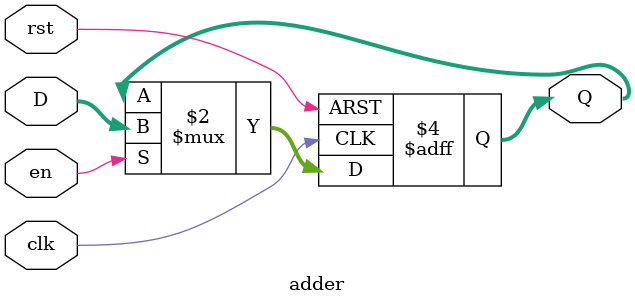
<source format=sv>
/*
Adder parametrizable para N bits
MODIFICAR
*/
module adder
	 # (parameter N = 32)
	   (clk, rst, en, D, Q);
		

	input  logic  	     clk;
	input  logic  	     rst;
	input  logic		  en;
	input  logic [N-1:0]   D;
	output logic [N-1:0]   Q;
	

	always_ff @ (negedge clk or posedge rst) begin
		
		if (rst)
			Q <= 0;

		else if (en)
			Q <= D;
		
	end
	

endmodule

</source>
